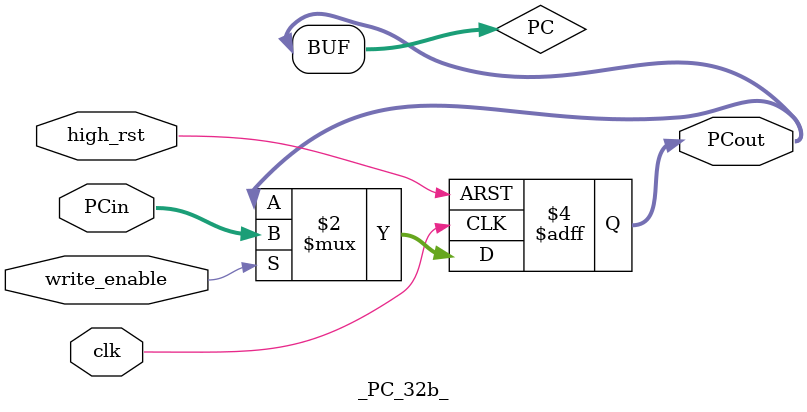
<source format=sv>
`timescale 1ns / 1ps


module _PC_32b_(
  input logic clk, high_rst, write_enable,
  input logic [31:0] PCin,
  output logic [31:0] PCout
  );
  
  logic [31:0] PC;

  always_ff@(posedge clk or posedge high_rst) begin 
  if (high_rst)
  PCout <= 32'b0;
  else if (write_enable)
      PCout <= PCin;
  end

  assign PCout = PC;
  

endmodule

</source>
